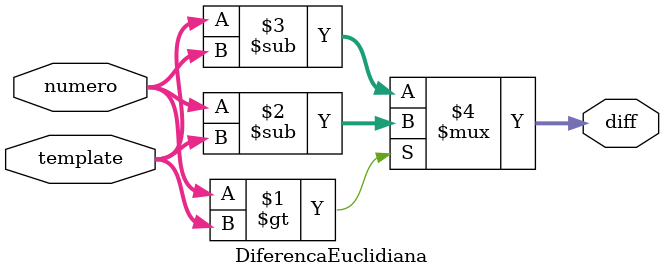
<source format=v>
module DiferencaEuclidiana(
	input [7:0] numero,
	input [7:0] template,
	output [7:0] diff
);

assign diff = numero > template ? numero - template : template - numero;

endmodule

</source>
